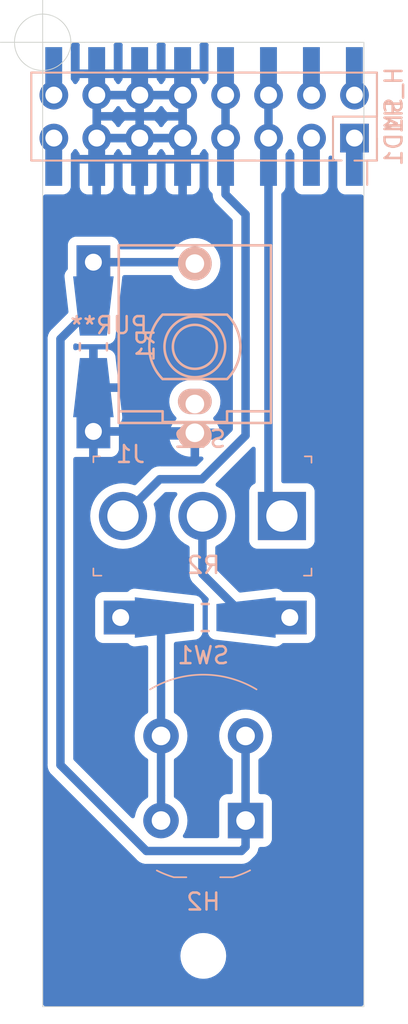
<source format=kicad_pcb>
(kicad_pcb (version 20221018) (generator pcbnew)
  (layers (0 "F.Cu" signal) (31 "B.Cu" signal) (34 "B.Paste" user) (35 "F.Paste" user) (36 "B.SilkS" user "B.Silkscreen") (37 "F.SilkS" user "F.Silkscreen") (38 "B.Mask" user) (39 "F.Mask" user) (44 "Edge.Cuts" user))
  (net 0 "")
  (net 1 "Net-(H1-Pad1)")
  (net 2 "Net-(H1-Pad2)")
  (net 3 "Net-(H1-Pad3)")
  (net 4 "Net-(H1-Pad4)")
  (net 5 "+5V")
  (net 6 "+12V")
  (net 7 "GND")
  (net 8 "Net-(H1-Pad15)")
  (net 9 "Net-(H1-Pad16)")
  (net 10 "Net-(H_SMD1-Pad1)")
  (net 11 "Net-(H_SMD1-Pad2)")
  (net 12 "Net-(H_SMD1-Pad3)")
  (net 13 "Net-(H_SMD1-Pad4)")
  (net 14 "Net-(H_SMD1-Pad15)")
  (net 15 "Net-(H_SMD1-Pad16)")
  (net 16 "Net-(J1-Pad3)")
  (net 17 "Net-(J1-Pad2)")
  (net 18 "Net-(R2-Pad1)")
  (net 19 "Net-(R2-Pad2)")
  (footprint "Resistors_Universal:Resistor_SMD+THTuniversal_0805to1206_RM10_HandSoldering" (layer "B.Cu") (at 137 81.99874 90)
    (fp_text reference "R1" (at 0.09906 3.0988 270) (layer "B.SilkS") (effects (justify mirror)))
    (fp_text value "10k")
    (fp_line (start -0.20066 0.8001) (end 0.20066 0.8001) (stroke (width 0.15)) (layer "B.SilkS"))
    (fp_line (start -0.09906 0.8001) (end -0.20066 0.8001) (stroke (width 0.15)) (layer "B.SilkS"))
    (fp_line (start 0 -0.8001) (end -0.20066 -0.8001) (stroke (width 0.15)) (layer "B.SilkS"))
    (fp_line (start 0 -0.8001) (end 0.20066 -0.8001) (stroke (width 0.15)) (layer "B.SilkS"))
    (pad "1" thru_hole rect (at -5.00126 0 270) (size 1.99898 1.99898) (drill 1.00076) (layers "*.Cu" "*.Mask") (net 7 "GND"))
    (pad "1" smd trapezoid (at -2.413 0 90) (size 3.50012 1.99898) (rect_delta 0.39878 0) (layers "B.Cu" "B.Paste" "B.Mask") (net 7 "GND"))
    (pad "2" smd trapezoid (at 2.413 0 270) (size 3.50012 1.99898) (rect_delta 0.39878 0) (layers "B.Cu" "B.Paste" "B.Mask") (net 16 "Net-(J1-Pad3)"))
    (pad "2" thru_hole rect (at 5.00126 0 270) (size 1.99898 1.99898) (drill 1.00076) (layers "*.Cu" "*.Mask") (net 16 "Net-(J1-Pad3)"))
  )
  (footprint "Resistors_Universal:Resistor_SMD+THTuniversal_0805to1206_RM10_HandSoldering" (layer "B.Cu") (at 143.613 98 180)
    (fp_text reference "R2" (at 0.09906 3.0988) (layer "B.SilkS") (effects (justify mirror)))
    (fp_text value "1k")
    (fp_line (start -0.20066 0.8001) (end 0.20066 0.8001) (stroke (width 0.15)) (layer "B.SilkS"))
    (fp_line (start -0.09906 0.8001) (end -0.20066 0.8001) (stroke (width 0.15)) (layer "B.SilkS"))
    (fp_line (start 0 -0.8001) (end -0.20066 -0.8001) (stroke (width 0.15)) (layer "B.SilkS"))
    (fp_line (start 0 -0.8001) (end 0.20066 -0.8001) (stroke (width 0.15)) (layer "B.SilkS"))
    (pad "1" thru_hole rect (at -5.00126 0) (size 1.99898 1.99898) (drill 1.00076) (layers "*.Cu" "*.Mask") (net 18 "Net-(R2-Pad1)"))
    (pad "1" smd trapezoid (at -2.413 0 180) (size 3.50012 1.99898) (rect_delta 0.39878 0) (layers "B.Cu" "B.Paste" "B.Mask") (net 18 "Net-(R2-Pad1)"))
    (pad "2" smd trapezoid (at 2.413 0) (size 3.50012 1.99898) (rect_delta 0.39878 0) (layers "B.Cu" "B.Paste" "B.Mask") (net 19 "Net-(R2-Pad2)"))
    (pad "2" thru_hole rect (at 5.00126 0) (size 1.99898 1.99898) (drill 1.00076) (layers "*.Cu" "*.Mask") (net 19 "Net-(R2-Pad2)"))
  )
  (footprint "Connector_PinHeader_2.54mm:PinHeader_2x08_P2.54mm_Vertical_SMD" (layer "B.Cu") (at 143.544999 68.384999 90)
    (fp_text reference "H_SMD1" (at 0 11.22 270) (layer "B.SilkS") (effects (justify mirror)))
    (fp_text value "EURO_PWR_2x8")
    (fp_line (start -4.04 9.65) (end -2.6 9.65) (stroke (width 0.12)) (layer "B.SilkS"))
    (fp_line (start -2.6 -10.22) (end 2.6 -10.22) (stroke (width 0.12)) (layer "B.SilkS"))
    (fp_line (start -2.6 -9.65) (end -2.6 -10.22) (stroke (width 0.12)) (layer "B.SilkS"))
    (fp_line (start -2.6 -7.11) (end -2.6 -8.13) (stroke (width 0.12)) (layer "B.SilkS"))
    (fp_line (start -2.6 -4.57) (end -2.6 -5.59) (stroke (width 0.12)) (layer "B.SilkS"))
    (fp_line (start -2.6 -2.03) (end -2.6 -3.05) (stroke (width 0.12)) (layer "B.SilkS"))
    (fp_line (start -2.6 0.51) (end -2.6 -0.51) (stroke (width 0.12)) (layer "B.SilkS"))
    (fp_line (start -2.6 3.05) (end -2.6 2.03) (stroke (width 0.12)) (layer "B.SilkS"))
    (fp_line (start -2.6 5.59) (end -2.6 4.57) (stroke (width 0.12)) (layer "B.SilkS"))
    (fp_line (start -2.6 8.13) (end -2.6 7.11) (stroke (width 0.12)) (layer "B.SilkS"))
    (fp_line (start -2.6 10.22) (end -2.6 9.65) (stroke (width 0.12)) (layer "B.SilkS"))
    (fp_line (start -2.6 10.22) (end 2.6 10.22) (stroke (width 0.12)) (layer "B.SilkS"))
    (fp_line (start 2.6 -9.65) (end 2.6 -10.22) (stroke (width 0.12)) (layer "B.SilkS"))
    (fp_line (start 2.6 -7.11) (end 2.6 -8.13) (stroke (width 0.12)) (layer "B.SilkS"))
    (fp_line (start 2.6 -4.57) (end 2.6 -5.59) (stroke (width 0.12)) (layer "B.SilkS"))
    (fp_line (start 2.6 -2.03) (end 2.6 -3.05) (stroke (width 0.12)) (layer "B.SilkS"))
    (fp_line (start 2.6 0.51) (end 2.6 -0.51) (stroke (width 0.12)) (layer "B.SilkS"))
    (fp_line (start 2.6 3.05) (end 2.6 2.03) (stroke (width 0.12)) (layer "B.SilkS"))
    (fp_line (start 2.6 5.59) (end 2.6 4.57) (stroke (width 0.12)) (layer "B.SilkS"))
    (fp_line (start 2.6 8.13) (end 2.6 7.11) (stroke (width 0.12)) (layer "B.SilkS"))
    (fp_line (start 2.6 10.22) (end 2.6 9.65) (stroke (width 0.12)) (layer "B.SilkS"))
    (pad "1" smd rect (at -2.525 8.89 90) (size 3.15 1) (layers "B.Cu" "B.Paste" "B.Mask") (net 10 "Net-(H_SMD1-Pad1)"))
    (pad "2" smd rect (at 2.525 8.89 90) (size 3.15 1) (layers "B.Cu" "B.Paste" "B.Mask") (net 11 "Net-(H_SMD1-Pad2)"))
    (pad "3" smd rect (at -2.525 6.35 90) (size 3.15 1) (layers "B.Cu" "B.Paste" "B.Mask") (net 12 "Net-(H_SMD1-Pad3)"))
    (pad "4" smd rect (at 2.525 6.35 90) (size 3.15 1) (layers "B.Cu" "B.Paste" "B.Mask") (net 13 "Net-(H_SMD1-Pad4)"))
    (pad "5" smd rect (at -2.525 3.81 90) (size 3.15 1) (layers "B.Cu" "B.Paste" "B.Mask") (net 5 "+5V"))
    (pad "6" smd rect (at 2.525 3.81 90) (size 3.15 1) (layers "B.Cu" "B.Paste" "B.Mask") (net 5 "+5V"))
    (pad "7" smd rect (at -2.525 1.27 90) (size 3.15 1) (layers "B.Cu" "B.Paste" "B.Mask") (net 6 "+12V"))
    (pad "8" smd rect (at 2.525 1.27 90) (size 3.15 1) (layers "B.Cu" "B.Paste" "B.Mask") (net 6 "+12V"))
    (pad "9" smd rect (at -2.525 -1.27 90) (size 3.15 1) (layers "B.Cu" "B.Paste" "B.Mask") (net 7 "GND"))
    (pad "10" smd rect (at 2.525 -1.27 90) (size 3.15 1) (layers "B.Cu" "B.Paste" "B.Mask") (net 7 "GND"))
    (pad "11" smd rect (at -2.525 -3.81 90) (size 3.15 1) (layers "B.Cu" "B.Paste" "B.Mask") (net 7 "GND"))
    (pad "12" smd rect (at 2.525 -3.81 90) (size 3.15 1) (layers "B.Cu" "B.Paste" "B.Mask") (net 7 "GND"))
    (pad "13" smd rect (at -2.525 -6.35 90) (size 3.15 1) (layers "B.Cu" "B.Paste" "B.Mask") (net 7 "GND"))
    (pad "14" smd rect (at 2.525 -6.35 90) (size 3.15 1) (layers "B.Cu" "B.Paste" "B.Mask") (net 7 "GND"))
    (pad "15" smd rect (at -2.525 -8.89 90) (size 3.15 1) (layers "B.Cu" "B.Paste" "B.Mask") (net 14 "Net-(H_SMD1-Pad15)"))
    (pad "16" smd rect (at 2.525 -8.89 90) (size 3.15 1) (layers "B.Cu" "B.Paste" "B.Mask") (net 15 "Net-(H_SMD1-Pad16)"))
  )
  (footprint "Connector_PinHeader_2.54mm:PinHeader_2x08_P2.54mm_Vertical" (layer "B.Cu") (at 152.4412 69.6618 90)
    (fp_text reference "H1" (at 1.27 2.33 270) (layer "B.SilkS") (effects (justify mirror)))
    (fp_text value "EURO_PWR_2x8")
    (fp_line (start -1.33 -19.11) (end 3.87 -19.11) (stroke (width 0.12)) (layer "B.SilkS"))
    (fp_line (start -1.33 -1.27) (end -1.33 -19.11) (stroke (width 0.12)) (layer "B.SilkS"))
    (fp_line (start -1.33 -1.27) (end 1.27 -1.27) (stroke (width 0.12)) (layer "B.SilkS"))
    (fp_line (start -1.33 0) (end -1.33 1.33) (stroke (width 0.12)) (layer "B.SilkS"))
    (fp_line (start -1.33 1.33) (end 0 1.33) (stroke (width 0.12)) (layer "B.SilkS"))
    (fp_line (start 1.27 -1.27) (end 1.27 1.33) (stroke (width 0.12)) (layer "B.SilkS"))
    (fp_line (start 1.27 1.33) (end 3.87 1.33) (stroke (width 0.12)) (layer "B.SilkS"))
    (fp_line (start 3.87 1.33) (end 3.87 -19.11) (stroke (width 0.12)) (layer "B.SilkS"))
    (pad "1" thru_hole rect (at 0 0 90) (size 1.7 1.7) (drill 1) (layers "*.Cu" "*.Mask") (net 1 "Net-(H1-Pad1)"))
    (pad "2" thru_hole oval (at 2.54 0 90) (size 1.7 1.7) (drill 1) (layers "*.Cu" "*.Mask") (net 2 "Net-(H1-Pad2)"))
    (pad "3" thru_hole oval (at 0 -2.54 90) (size 1.7 1.7) (drill 1) (layers "*.Cu" "*.Mask") (net 3 "Net-(H1-Pad3)"))
    (pad "4" thru_hole oval (at 2.54 -2.54 90) (size 1.7 1.7) (drill 1) (layers "*.Cu" "*.Mask") (net 4 "Net-(H1-Pad4)"))
    (pad "5" thru_hole oval (at 0 -5.08 90) (size 1.7 1.7) (drill 1) (layers "*.Cu" "*.Mask") (net 5 "+5V"))
    (pad "6" thru_hole oval (at 2.54 -5.08 90) (size 1.7 1.7) (drill 1) (layers "*.Cu" "*.Mask") (net 5 "+5V"))
    (pad "7" thru_hole oval (at 0 -7.62 90) (size 1.7 1.7) (drill 1) (layers "*.Cu" "*.Mask") (net 6 "+12V"))
    (pad "8" thru_hole oval (at 2.54 -7.62 90) (size 1.7 1.7) (drill 1) (layers "*.Cu" "*.Mask") (net 6 "+12V"))
    (pad "9" thru_hole oval (at 0 -10.16 90) (size 1.7 1.7) (drill 1) (layers "*.Cu" "*.Mask") (net 7 "GND"))
    (pad "10" thru_hole oval (at 2.54 -10.16 90) (size 1.7 1.7) (drill 1) (layers "*.Cu" "*.Mask") (net 7 "GND"))
    (pad "11" thru_hole oval (at 0 -12.7 90) (size 1.7 1.7) (drill 1) (layers "*.Cu" "*.Mask") (net 7 "GND"))
    (pad "12" thru_hole oval (at 2.54 -12.7 90) (size 1.7 1.7) (drill 1) (layers "*.Cu" "*.Mask") (net 7 "GND"))
    (pad "13" thru_hole oval (at 0 -15.24 90) (size 1.7 1.7) (drill 1) (layers "*.Cu" "*.Mask") (net 7 "GND"))
    (pad "14" thru_hole oval (at 2.54 -15.24 90) (size 1.7 1.7) (drill 1) (layers "*.Cu" "*.Mask") (net 7 "GND"))
    (pad "15" thru_hole oval (at 0 -17.78 90) (size 1.7 1.7) (drill 1) (layers "*.Cu" "*.Mask") (net 8 "Net-(H1-Pad15)"))
    (pad "16" thru_hole oval (at 2.54 -17.78 90) (size 1.7 1.7) (drill 1) (layers "*.Cu" "*.Mask") (net 9 "Net-(H1-Pad16)"))
  )
  (footprint "digikey-footprints:PushButton_Round_D12mm_THT_KS-01Q-01" (layer "B.Cu") (at 146 110 180)
    (fp_text reference "SW1" (at 2.5 9.76) (layer "B.SilkS") (effects (justify mirror)))
    (fp_text value "KS-01Q-01_Obsolete")
    (fp_line (start 0.75 -3.35) (end 1.5 -3.35) (stroke (width 0.1)) (layer "B.SilkS"))
    (fp_line (start 4.25 -3.35) (end 3.5 -3.35) (stroke (width 0.1)) (layer "B.SilkS"))
    (fp_arc (start -0.270982 -2.9412) (mid 0.230287 -3.168633) (end 0.75 -3.35) (stroke (width 0.1)) (layer "B.SilkS"))
    (fp_arc (start 4.24953 -3.348431) (mid 4.758568 -3.17132) (end 5.25 -2.95) (stroke (width 0.1)) (layer "B.SilkS"))
    (fp_arc (start 5.65 7.75) (mid 2.5 8.622499) (end -0.65 7.75) (stroke (width 0.1)) (layer "B.SilkS"))
    (pad "1" thru_hole rect (at 0 0 180) (size 2.1 2.1) (drill 1.1) (layers "*.Cu" "*.Mask") (net 16 "Net-(J1-Pad3)"))
    (pad "2" thru_hole circle (at 5 0 180) (size 2.1 2.1) (drill 1.1) (layers "*.Cu" "*.Mask") (net 19 "Net-(R2-Pad2)"))
    (pad "3" thru_hole circle (at 0 5 180) (size 2.1 2.1) (drill 1.1) (layers "*.Cu" "*.Mask") (net 16 "Net-(J1-Pad3)"))
    (pad "4" thru_hole circle (at 5 5 180) (size 2.1 2.1) (drill 1.1) (layers "*.Cu" "*.Mask") (net 19 "Net-(R2-Pad2)"))
  )
  (footprint "digikey-footprints:Toggle_Switch_100SP1T1B4M2QE" (layer "B.Cu") (at 148.15 92 180)
    (fp_text reference "SW2" (at 4.84 4.55) (layer "B.SilkS") (effects (justify mirror)))
    (fp_text value "SW_SPDT")
    (fp_line (start -1.75 -3.525) (end -1.75 -3.1) (stroke (width 0.1)) (layer "B.SilkS"))
    (fp_line (start -1.75 -3.525) (end -1.3 -3.525) (stroke (width 0.1)) (layer "B.SilkS"))
    (fp_line (start -1.75 3.525) (end -1.75 3.15) (stroke (width 0.1)) (layer "B.SilkS"))
    (fp_line (start -1.75 3.525) (end -1.35 3.525) (stroke (width 0.1)) (layer "B.SilkS"))
    (fp_line (start 10.775 3.525) (end 11.15 3.525) (stroke (width 0.1)) (layer "B.SilkS"))
    (fp_line (start 11.125 -3.525) (end 10.675 -3.525) (stroke (width 0.1)) (layer "B.SilkS"))
    (fp_line (start 11.15 -3.525) (end 11.15 -3.1) (stroke (width 0.1)) (layer "B.SilkS"))
    (fp_line (start 11.15 3.525) (end 11.15 3.175) (stroke (width 0.1)) (layer "B.SilkS"))
    (pad "1" thru_hole rect (at 0 0 180) (size 2.85 2.85) (drill 1.85) (layers "*.Cu" "*.Mask") (net 5 "+5V"))
    (pad "2" thru_hole circle (at 4.7 0 180) (size 2.85 2.85) (drill 1.85) (layers "*.Cu" "*.Mask") (net 18 "Net-(R2-Pad1)"))
    (pad "3" thru_hole circle (at 9.4 0 180) (size 2.85 2.85) (drill 1.85) (layers "*.Cu" "*.Mask") (net 6 "+12V"))
  )
  (footprint "MountingHole:MountingHole_2.2mm_M2" (layer "B.Cu") (at 143.5 118 180)
    (fp_text reference "H2" (at 0 3.2) (layer "B.SilkS") (effects (justify mirror)))
    (fp_text value "MountingHole")
    (pad "" np_thru_hole circle (at 0 0 180) (size 2.2 2.2) (drill 2.2) (layers "*.Cu" "*.Mask"))
  )
  (footprint "chillpizza:THONKICONN_mill" (layer "B.Cu") (at 143 82 180)
    (fp_text reference "J1" (at 3.81 -6.35) (layer "B.SilkS") (effects (justify mirror)))
    (fp_text value "Thonk" hide)
    (fp_text user "PUR**" (at 5.08 1.27) (layer "B.SilkS") (effects (justify mirror)))
    (fp_line (start -4.5 -4.5) (end 4.5 -4.5) (stroke (width 0.15)) (layer "B.SilkS"))
    (fp_line (start -4.5 6) (end -4.5 -4.5) (stroke (width 0.15)) (layer "B.SilkS"))
    (fp_line (start -4.5 6) (end 4.5 6) (stroke (width 0.15)) (layer "B.SilkS"))
    (fp_line (start -4.445 -3.81) (end -1.905 -3.81) (stroke (width 0.15)) (layer "B.SilkS"))
    (fp_line (start -1.905 -4.445) (end 1.905 -4.445) (stroke (width 0.15)) (layer "B.SilkS"))
    (fp_line (start -1.905 -3.81) (end -1.905 -4.445) (stroke (width 0.15)) (layer "B.SilkS"))
    (fp_line (start -1.905 1.905) (end 1.905 1.905) (stroke (width 0.15)) (layer "B.SilkS"))
    (fp_line (start 1.905 -4.445) (end 1.905 -3.81) (stroke (width 0.15)) (layer "B.SilkS"))
    (fp_line (start 1.905 -3.81) (end 4.445 -3.81) (stroke (width 0.15)) (layer "B.SilkS"))
    (fp_line (start 1.905 -1.905) (end -1.905 -1.905) (stroke (width 0.15)) (layer "B.SilkS"))
    (fp_line (start 4.5 6) (end 4.5 -4.5) (stroke (width 0.15)) (layer "B.SilkS"))
    (fp_arc (start -1.905 1.905) (mid -2.694077 0) (end -1.905 -1.905) (stroke (width 0.15)) (layer "B.SilkS"))
    (fp_arc (start 1.905 -1.905) (mid 2.694077 0) (end 1.905 1.905) (stroke (width 0.15)) (layer "B.SilkS"))
    (fp_circle (center 0 0) (end 1.27 -1.27) (stroke (width 0.15)) (fill none) (layer "B.SilkS"))
    (fp_circle (center 0 0) (end 1.3 0) (stroke (width 0.15)) (fill none) (layer "B.SilkS"))
    (pad "1" thru_hole oval (at 0 -5.08 180) (size 2 1.5) (drill 1.1 (offset 0 -0.15)) (layers "*.Cu" "*.Mask" "B.SilkS") (net 7 "GND"))
    (pad "2" thru_hole oval (at 0 -3.38 180) (size 2 1.5) (drill 1.1 (offset 0 0.15)) (layers "*.Cu" "*.Mask" "B.SilkS") (net 17 "Net-(J1-Pad2)"))
    (pad "3" thru_hole circle (at 0 4.92 180) (size 2 2) (drill 1.1) (layers "*.Cu" "*.Mask" "B.SilkS") (net 16 "Net-(J1-Pad3)"))
  )
  (gr_line (start 134 64) (end 134 121) (stroke (width 0.05)) (layer "Edge.Cuts"))
  (gr_line (start 153 64) (end 134 64) (stroke (width 0.05)) (layer "Edge.Cuts"))
  (gr_line (start 153 121) (end 153 64) (stroke (width 0.05)) (layer "Edge.Cuts"))
  (gr_line (start 134 121) (end 153 121) (stroke (width 0.05)) (layer "Edge.Cuts"))
  (target plus (at 134 64) (size 5) (width 0.05) (layer "Edge.Cuts"))
  (segment (start 147.354999 70.909999) (end 147.354999 91.204999) (width 0.5) (layer "B.Cu") (net 5))
  (segment (start 147.354999 70.909999) (end 147.354999 65.859999) (width 0.5) (layer "B.Cu") (net 5))
  (segment (start 147.354999 91.204999) (end 148.15 92) (width 0.5) (layer "B.Cu") (net 5))
  (segment (start 144.814999 65.859999) (end 144.814999 70.909999) (width 0.5) (layer "B.Cu") (net 6))
  (segment (start 143.419228 89.824999) (end 140.925001 89.824999) (width 0.5) (layer "B.Cu") (net 6))
  (segment (start 140.174999 90.575001) (end 138.75 92) (width 0.5) (layer "B.Cu") (net 6))
  (segment (start 144.814999 70.909999) (end 144.814999 72.984999) (width 0.5) (layer "B.Cu") (net 6))
  (segment (start 146.000011 74.170011) (end 146.000011 87.244216) (width 0.5) (layer "B.Cu") (net 6))
  (segment (start 146.000011 87.244216) (end 143.419228 89.824999) (width 0.5) (layer "B.Cu") (net 6))
  (segment (start 140.925001 89.824999) (end 140.174999 90.575001) (width 0.5) (layer "B.Cu") (net 6))
  (segment (start 144.814999 72.984999) (end 146.000011 74.170011) (width 0.5) (layer "B.Cu") (net 6))
  (segment (start 142.274999 68.374999) (end 142.274999 70.909999) (width 0.5) (layer "B.Cu") (net 7))
  (segment (start 142.274999 73.254997) (end 145.000001 75.979999) (width 0.5) (layer "B.Cu") (net 7))
  (segment (start 139.734999 70.909999) (end 139.734999 65.859999) (width 0.5) (layer "B.Cu") (net 7))
  (segment (start 142.274999 65.859999) (end 142.274999 68.374999) (width 0.5) (layer "B.Cu") (net 7))
  (segment (start 137.2 68.4) (end 137.194999 70.909999) (width 0.5) (layer "B.Cu") (net 7))
  (segment (start 142.274999 70.909999) (end 142.274999 73.254997) (width 0.5) (layer "B.Cu") (net 7))
  (segment (start 137 84.41174) (end 137 87) (width 0.5) (layer "B.Cu") (net 7))
  (segment (start 142.274999 68.374999) (end 137.225001 68.374999) (width 0.5) (layer "B.Cu") (net 7))
  (segment (start 142.92 87) (end 143 87.08) (width 0.5) (layer "B.Cu") (net 7))
  (segment (start 137.194999 65.859999) (end 137.2 68.4) (width 0.5) (layer "B.Cu") (net 7))
  (segment (start 145.000001 75.979999) (end 145.000001 86.829999) (width 0.5) (layer "B.Cu") (net 7))
  (segment (start 144.75 87.08) (end 143 87.08) (width 0.5) (layer "B.Cu") (net 7))
  (segment (start 137.225001 68.374999) (end 137.2 68.4) (width 0.5) (layer "B.Cu") (net 7))
  (segment (start 145.000001 86.829999) (end 144.75 87.08) (width 0.5) (layer "B.Cu") (net 7))
  (segment (start 137 87) (end 142.92 87) (width 0.5) (layer "B.Cu") (net 7))
  (segment (start 137 79.58574) (end 135.05111 81.53463) (width 0.5) (layer "B.Cu") (net 16))
  (segment (start 145.749999 111.800001) (end 146 111.55) (width 0.5) (layer "B.Cu") (net 16))
  (segment (start 135.05111 106.715112) (end 140.135999 111.800001) (width 0.5) (layer "B.Cu") (net 16))
  (segment (start 146 105) (end 146 110) (width 0.5) (layer "B.Cu") (net 16))
  (segment (start 135.05111 81.53463) (end 135.05111 106.715112) (width 0.5) (layer "B.Cu") (net 16))
  (segment (start 146 111.55) (end 146 110) (width 0.5) (layer "B.Cu") (net 16))
  (segment (start 137 76.99748) (end 142.91748 76.99748) (width 0.5) (layer "B.Cu") (net 16))
  (segment (start 140.135999 111.800001) (end 145.749999 111.800001) (width 0.5) (layer "B.Cu") (net 16))
  (segment (start 137 76.99748) (end 137 79.58574) (width 0.5) (layer "B.Cu") (net 16))
  (segment (start 142.91748 76.99748) (end 143 77.08) (width 0.5) (layer "B.Cu") (net 16))
  (segment (start 143.45 92) (end 143.45 95.424) (width 0.5) (layer "B.Cu") (net 18))
  (segment (start 143.45 95.424) (end 146.026 98) (width 0.5) (layer "B.Cu") (net 18))
  (segment (start 146.026 98) (end 148.61426 98) (width 0.5) (layer "B.Cu") (net 18))
  (segment (start 141 98.2) (end 141.2 98) (width 0.5) (layer "B.Cu") (net 19))
  (segment (start 141 108.515076) (end 141 105) (width 0.5) (layer "B.Cu") (net 19))
  (segment (start 141.2 98) (end 138.61174 98) (width 0.5) (layer "B.Cu") (net 19))
  (segment (start 141 105) (end 141 98.2) (width 0.5) (layer "B.Cu") (net 19))
  (segment (start 141 110) (end 141 108.515076) (width 0.5) (layer "B.Cu") (net 19))
  (zone (net 7) (net_name "GND") (layer "B.Cu") (connect_pads (clearance 0.508)) (min_thickness 0.254) (fill yes (thermal_gap 0.508) (thermal_bridge_width 0.508))
    (polygon (pts (xy 153 121) (xy 134 121) (xy 134 64) (xy 153 64)))
  )
)
</source>
